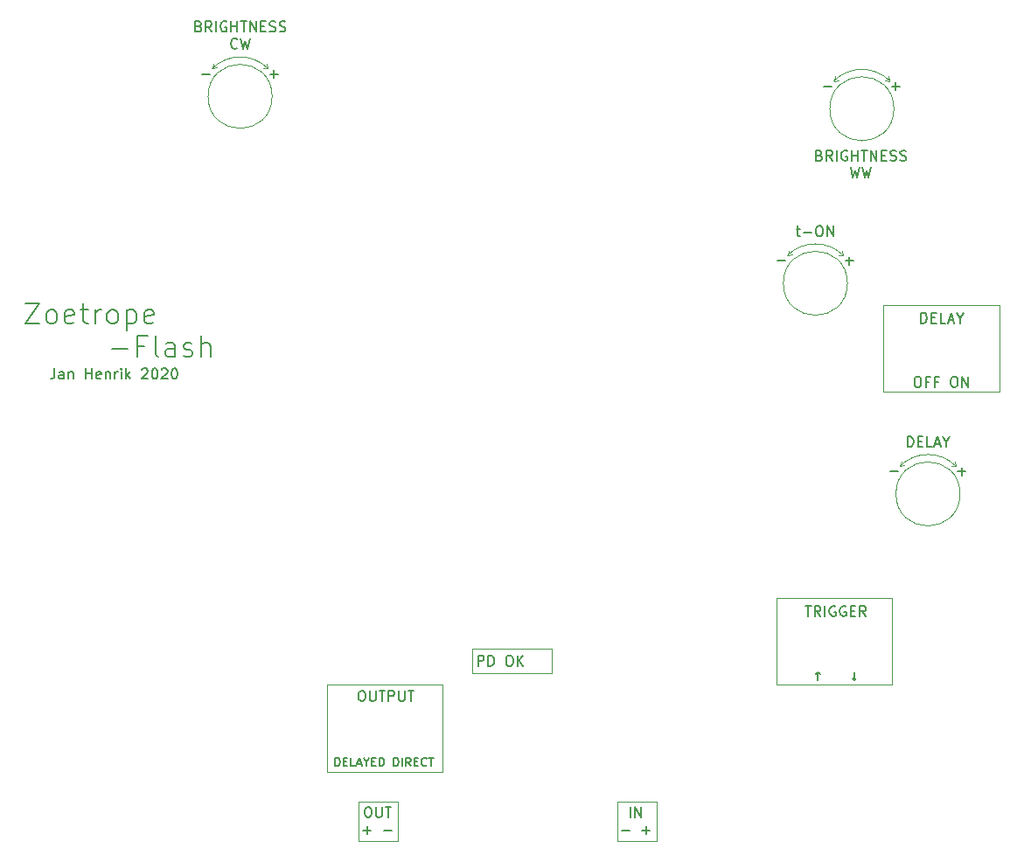
<source format=gto>
G04 #@! TF.GenerationSoftware,KiCad,Pcbnew,5.1.5+dfsg1-2build2*
G04 #@! TF.CreationDate,2020-08-12T20:41:45+02:00*
G04 #@! TF.ProjectId,camera-flash,63616d65-7261-42d6-966c-6173682e6b69,rev?*
G04 #@! TF.SameCoordinates,Original*
G04 #@! TF.FileFunction,Legend,Top*
G04 #@! TF.FilePolarity,Positive*
%FSLAX46Y46*%
G04 Gerber Fmt 4.6, Leading zero omitted, Abs format (unit mm)*
G04 Created by KiCad (PCBNEW 5.1.5+dfsg1-2build2) date 2020-08-12 20:41:45*
%MOMM*%
%LPD*%
G04 APERTURE LIST*
%ADD10C,0.150000*%
%ADD11C,0.200000*%
%ADD12C,0.120000*%
G04 APERTURE END LIST*
D10*
X56114285Y-99652380D02*
X56114285Y-100366666D01*
X56066666Y-100509523D01*
X55971428Y-100604761D01*
X55828571Y-100652380D01*
X55733333Y-100652380D01*
X57019047Y-100652380D02*
X57019047Y-100128571D01*
X56971428Y-100033333D01*
X56876190Y-99985714D01*
X56685714Y-99985714D01*
X56590476Y-100033333D01*
X57019047Y-100604761D02*
X56923809Y-100652380D01*
X56685714Y-100652380D01*
X56590476Y-100604761D01*
X56542857Y-100509523D01*
X56542857Y-100414285D01*
X56590476Y-100319047D01*
X56685714Y-100271428D01*
X56923809Y-100271428D01*
X57019047Y-100223809D01*
X57495238Y-99985714D02*
X57495238Y-100652380D01*
X57495238Y-100080952D02*
X57542857Y-100033333D01*
X57638095Y-99985714D01*
X57780952Y-99985714D01*
X57876190Y-100033333D01*
X57923809Y-100128571D01*
X57923809Y-100652380D01*
X59161904Y-100652380D02*
X59161904Y-99652380D01*
X59161904Y-100128571D02*
X59733333Y-100128571D01*
X59733333Y-100652380D02*
X59733333Y-99652380D01*
X60590476Y-100604761D02*
X60495238Y-100652380D01*
X60304761Y-100652380D01*
X60209523Y-100604761D01*
X60161904Y-100509523D01*
X60161904Y-100128571D01*
X60209523Y-100033333D01*
X60304761Y-99985714D01*
X60495238Y-99985714D01*
X60590476Y-100033333D01*
X60638095Y-100128571D01*
X60638095Y-100223809D01*
X60161904Y-100319047D01*
X61066666Y-99985714D02*
X61066666Y-100652380D01*
X61066666Y-100080952D02*
X61114285Y-100033333D01*
X61209523Y-99985714D01*
X61352380Y-99985714D01*
X61447619Y-100033333D01*
X61495238Y-100128571D01*
X61495238Y-100652380D01*
X61971428Y-100652380D02*
X61971428Y-99985714D01*
X61971428Y-100176190D02*
X62019047Y-100080952D01*
X62066666Y-100033333D01*
X62161904Y-99985714D01*
X62257142Y-99985714D01*
X62590476Y-100652380D02*
X62590476Y-99985714D01*
X62590476Y-99652380D02*
X62542857Y-99700000D01*
X62590476Y-99747619D01*
X62638095Y-99700000D01*
X62590476Y-99652380D01*
X62590476Y-99747619D01*
X63066666Y-100652380D02*
X63066666Y-99652380D01*
X63161904Y-100271428D02*
X63447619Y-100652380D01*
X63447619Y-99985714D02*
X63066666Y-100366666D01*
X64590476Y-99747619D02*
X64638095Y-99700000D01*
X64733333Y-99652380D01*
X64971428Y-99652380D01*
X65066666Y-99700000D01*
X65114285Y-99747619D01*
X65161904Y-99842857D01*
X65161904Y-99938095D01*
X65114285Y-100080952D01*
X64542857Y-100652380D01*
X65161904Y-100652380D01*
X65780952Y-99652380D02*
X65876190Y-99652380D01*
X65971428Y-99700000D01*
X66019047Y-99747619D01*
X66066666Y-99842857D01*
X66114285Y-100033333D01*
X66114285Y-100271428D01*
X66066666Y-100461904D01*
X66019047Y-100557142D01*
X65971428Y-100604761D01*
X65876190Y-100652380D01*
X65780952Y-100652380D01*
X65685714Y-100604761D01*
X65638095Y-100557142D01*
X65590476Y-100461904D01*
X65542857Y-100271428D01*
X65542857Y-100033333D01*
X65590476Y-99842857D01*
X65638095Y-99747619D01*
X65685714Y-99700000D01*
X65780952Y-99652380D01*
X66495238Y-99747619D02*
X66542857Y-99700000D01*
X66638095Y-99652380D01*
X66876190Y-99652380D01*
X66971428Y-99700000D01*
X67019047Y-99747619D01*
X67066666Y-99842857D01*
X67066666Y-99938095D01*
X67019047Y-100080952D01*
X66447619Y-100652380D01*
X67066666Y-100652380D01*
X67685714Y-99652380D02*
X67780952Y-99652380D01*
X67876190Y-99700000D01*
X67923809Y-99747619D01*
X67971428Y-99842857D01*
X68019047Y-100033333D01*
X68019047Y-100271428D01*
X67971428Y-100461904D01*
X67923809Y-100557142D01*
X67876190Y-100604761D01*
X67780952Y-100652380D01*
X67685714Y-100652380D01*
X67590476Y-100604761D01*
X67542857Y-100557142D01*
X67495238Y-100461904D01*
X67447619Y-100271428D01*
X67447619Y-100033333D01*
X67495238Y-99842857D01*
X67542857Y-99747619D01*
X67590476Y-99700000D01*
X67685714Y-99652380D01*
D11*
X53314285Y-93304761D02*
X54647619Y-93304761D01*
X53314285Y-95304761D01*
X54647619Y-95304761D01*
X55695238Y-95304761D02*
X55504761Y-95209523D01*
X55409523Y-95114285D01*
X55314285Y-94923809D01*
X55314285Y-94352380D01*
X55409523Y-94161904D01*
X55504761Y-94066666D01*
X55695238Y-93971428D01*
X55980952Y-93971428D01*
X56171428Y-94066666D01*
X56266666Y-94161904D01*
X56361904Y-94352380D01*
X56361904Y-94923809D01*
X56266666Y-95114285D01*
X56171428Y-95209523D01*
X55980952Y-95304761D01*
X55695238Y-95304761D01*
X57980952Y-95209523D02*
X57790476Y-95304761D01*
X57409523Y-95304761D01*
X57219047Y-95209523D01*
X57123809Y-95019047D01*
X57123809Y-94257142D01*
X57219047Y-94066666D01*
X57409523Y-93971428D01*
X57790476Y-93971428D01*
X57980952Y-94066666D01*
X58076190Y-94257142D01*
X58076190Y-94447619D01*
X57123809Y-94638095D01*
X58647619Y-93971428D02*
X59409523Y-93971428D01*
X58933333Y-93304761D02*
X58933333Y-95019047D01*
X59028571Y-95209523D01*
X59219047Y-95304761D01*
X59409523Y-95304761D01*
X60076190Y-95304761D02*
X60076190Y-93971428D01*
X60076190Y-94352380D02*
X60171428Y-94161904D01*
X60266666Y-94066666D01*
X60457142Y-93971428D01*
X60647619Y-93971428D01*
X61600000Y-95304761D02*
X61409523Y-95209523D01*
X61314285Y-95114285D01*
X61219047Y-94923809D01*
X61219047Y-94352380D01*
X61314285Y-94161904D01*
X61409523Y-94066666D01*
X61600000Y-93971428D01*
X61885714Y-93971428D01*
X62076190Y-94066666D01*
X62171428Y-94161904D01*
X62266666Y-94352380D01*
X62266666Y-94923809D01*
X62171428Y-95114285D01*
X62076190Y-95209523D01*
X61885714Y-95304761D01*
X61600000Y-95304761D01*
X63123809Y-93971428D02*
X63123809Y-95971428D01*
X63123809Y-94066666D02*
X63314285Y-93971428D01*
X63695238Y-93971428D01*
X63885714Y-94066666D01*
X63980952Y-94161904D01*
X64076190Y-94352380D01*
X64076190Y-94923809D01*
X63980952Y-95114285D01*
X63885714Y-95209523D01*
X63695238Y-95304761D01*
X63314285Y-95304761D01*
X63123809Y-95209523D01*
X65695238Y-95209523D02*
X65504761Y-95304761D01*
X65123809Y-95304761D01*
X64933333Y-95209523D01*
X64838095Y-95019047D01*
X64838095Y-94257142D01*
X64933333Y-94066666D01*
X65123809Y-93971428D01*
X65504761Y-93971428D01*
X65695238Y-94066666D01*
X65790476Y-94257142D01*
X65790476Y-94447619D01*
X64838095Y-94638095D01*
X61695238Y-97742857D02*
X63219047Y-97742857D01*
X64838095Y-97457142D02*
X64171428Y-97457142D01*
X64171428Y-98504761D02*
X64171428Y-96504761D01*
X65123809Y-96504761D01*
X66171428Y-98504761D02*
X65980952Y-98409523D01*
X65885714Y-98219047D01*
X65885714Y-96504761D01*
X67790476Y-98504761D02*
X67790476Y-97457142D01*
X67695238Y-97266666D01*
X67504761Y-97171428D01*
X67123809Y-97171428D01*
X66933333Y-97266666D01*
X67790476Y-98409523D02*
X67600000Y-98504761D01*
X67123809Y-98504761D01*
X66933333Y-98409523D01*
X66838095Y-98219047D01*
X66838095Y-98028571D01*
X66933333Y-97838095D01*
X67123809Y-97742857D01*
X67600000Y-97742857D01*
X67790476Y-97647619D01*
X68647619Y-98409523D02*
X68838095Y-98504761D01*
X69219047Y-98504761D01*
X69409523Y-98409523D01*
X69504761Y-98219047D01*
X69504761Y-98123809D01*
X69409523Y-97933333D01*
X69219047Y-97838095D01*
X68933333Y-97838095D01*
X68742857Y-97742857D01*
X68647619Y-97552380D01*
X68647619Y-97457142D01*
X68742857Y-97266666D01*
X68933333Y-97171428D01*
X69219047Y-97171428D01*
X69409523Y-97266666D01*
X70361904Y-98504761D02*
X70361904Y-96504761D01*
X71219047Y-98504761D02*
X71219047Y-97457142D01*
X71123809Y-97266666D01*
X70933333Y-97171428D01*
X70647619Y-97171428D01*
X70457142Y-97266666D01*
X70361904Y-97361904D01*
D10*
X137966666Y-72328571D02*
X137204761Y-72328571D01*
X137585714Y-71947619D02*
X137585714Y-72709523D01*
X131395238Y-72328571D02*
X130633333Y-72328571D01*
D12*
X136999999Y-71800001D02*
X136900000Y-71350000D01*
X131600001Y-71800001D02*
X132025000Y-71725000D01*
X136999999Y-71800001D02*
X136575000Y-71775000D01*
X131600000Y-71800000D02*
X131750000Y-71350000D01*
X131600001Y-71800001D02*
G75*
G02X136999999Y-71800001I2699999J-2699999D01*
G01*
D10*
X133466666Y-89228571D02*
X132704761Y-89228571D01*
X133085714Y-88847619D02*
X133085714Y-89609523D01*
X126895238Y-89228571D02*
X126133333Y-89228571D01*
X144366666Y-109628571D02*
X143604761Y-109628571D01*
X143985714Y-109247619D02*
X143985714Y-110009523D01*
X137795238Y-109628571D02*
X137033333Y-109628571D01*
X77766666Y-71128571D02*
X77004761Y-71128571D01*
X77385714Y-70747619D02*
X77385714Y-71509523D01*
X71195238Y-71128571D02*
X70433333Y-71128571D01*
D12*
X71400001Y-70600001D02*
X71550001Y-70150001D01*
X71400002Y-70600002D02*
X71825001Y-70525001D01*
X76799999Y-70600001D02*
X76375000Y-70575000D01*
X71400001Y-70600001D02*
G75*
G02X76799999Y-70600001I2699999J-2699999D01*
G01*
X76799999Y-70600001D02*
X76700000Y-70150000D01*
X138000000Y-109100000D02*
X138150000Y-108650000D01*
X138000001Y-109100001D02*
X138425000Y-109025000D01*
X143399999Y-109100001D02*
X142975000Y-109075000D01*
X138000001Y-109100001D02*
G75*
G02X143399999Y-109100001I2699999J-2699999D01*
G01*
X143399999Y-109100001D02*
X143300000Y-108650000D01*
X132499999Y-88700001D02*
X132075000Y-88675000D01*
X132499999Y-88700001D02*
X132400000Y-88250000D01*
X127100001Y-88700001D02*
X127525000Y-88625000D01*
X127100000Y-88700000D02*
X127250000Y-88250000D01*
X127100001Y-88700001D02*
G75*
G02X132499999Y-88700001I2699999J-2699999D01*
G01*
X77200000Y-73300000D02*
G75*
G03X77200000Y-73300000I-3100000J0D01*
G01*
X143800000Y-111800000D02*
G75*
G03X143800000Y-111800000I-3100000J0D01*
G01*
X137400000Y-74500000D02*
G75*
G03X137400000Y-74500000I-3100000J0D01*
G01*
X132900000Y-91400000D02*
G75*
G03X132900000Y-91400000I-3100000J0D01*
G01*
X147600000Y-93500000D02*
X136400000Y-93500000D01*
X136400000Y-101900000D02*
X147600000Y-101900000D01*
X136400000Y-93500000D02*
X136400000Y-101900000D01*
X147600000Y-93500000D02*
X147600000Y-101900000D01*
X137200000Y-121900000D02*
X126000000Y-121900000D01*
X126000000Y-130300000D02*
X137200000Y-130300000D01*
X126000000Y-121900000D02*
X126000000Y-130300000D01*
X137200000Y-121900000D02*
X137200000Y-130300000D01*
X93700000Y-130300000D02*
X93700000Y-138700000D01*
X82500000Y-138700000D02*
X93700000Y-138700000D01*
X82500000Y-130300000D02*
X82500000Y-138700000D01*
X93700000Y-130300000D02*
X82500000Y-130300000D01*
X114400000Y-141600000D02*
X110600000Y-141600000D01*
X110600000Y-145400000D02*
X114400000Y-145400000D01*
X110600000Y-141600000D02*
X110600000Y-145400000D01*
X114400000Y-145400000D02*
X114400000Y-141600000D01*
X89400000Y-141600000D02*
X85600000Y-141600000D01*
X89400000Y-145400000D02*
X89400000Y-141600000D01*
X85600000Y-145400000D02*
X89400000Y-145400000D01*
X85600000Y-141600000D02*
X85600000Y-145400000D01*
D10*
X83295238Y-138161904D02*
X83295238Y-137361904D01*
X83485714Y-137361904D01*
X83600000Y-137400000D01*
X83676190Y-137476190D01*
X83714285Y-137552380D01*
X83752380Y-137704761D01*
X83752380Y-137819047D01*
X83714285Y-137971428D01*
X83676190Y-138047619D01*
X83600000Y-138123809D01*
X83485714Y-138161904D01*
X83295238Y-138161904D01*
X84095238Y-137742857D02*
X84361904Y-137742857D01*
X84476190Y-138161904D02*
X84095238Y-138161904D01*
X84095238Y-137361904D01*
X84476190Y-137361904D01*
X85200000Y-138161904D02*
X84819047Y-138161904D01*
X84819047Y-137361904D01*
X85428571Y-137933333D02*
X85809523Y-137933333D01*
X85352380Y-138161904D02*
X85619047Y-137361904D01*
X85885714Y-138161904D01*
X86304761Y-137780952D02*
X86304761Y-138161904D01*
X86038095Y-137361904D02*
X86304761Y-137780952D01*
X86571428Y-137361904D01*
X86838095Y-137742857D02*
X87104761Y-137742857D01*
X87219047Y-138161904D02*
X86838095Y-138161904D01*
X86838095Y-137361904D01*
X87219047Y-137361904D01*
X87561904Y-138161904D02*
X87561904Y-137361904D01*
X87752380Y-137361904D01*
X87866666Y-137400000D01*
X87942857Y-137476190D01*
X87980952Y-137552380D01*
X88019047Y-137704761D01*
X88019047Y-137819047D01*
X87980952Y-137971428D01*
X87942857Y-138047619D01*
X87866666Y-138123809D01*
X87752380Y-138161904D01*
X87561904Y-138161904D01*
X88971428Y-138161904D02*
X88971428Y-137361904D01*
X89161904Y-137361904D01*
X89276190Y-137400000D01*
X89352380Y-137476190D01*
X89390476Y-137552380D01*
X89428571Y-137704761D01*
X89428571Y-137819047D01*
X89390476Y-137971428D01*
X89352380Y-138047619D01*
X89276190Y-138123809D01*
X89161904Y-138161904D01*
X88971428Y-138161904D01*
X89771428Y-138161904D02*
X89771428Y-137361904D01*
X90609523Y-138161904D02*
X90342857Y-137780952D01*
X90152380Y-138161904D02*
X90152380Y-137361904D01*
X90457142Y-137361904D01*
X90533333Y-137400000D01*
X90571428Y-137438095D01*
X90609523Y-137514285D01*
X90609523Y-137628571D01*
X90571428Y-137704761D01*
X90533333Y-137742857D01*
X90457142Y-137780952D01*
X90152380Y-137780952D01*
X90952380Y-137742857D02*
X91219047Y-137742857D01*
X91333333Y-138161904D02*
X90952380Y-138161904D01*
X90952380Y-137361904D01*
X91333333Y-137361904D01*
X92133333Y-138085714D02*
X92095238Y-138123809D01*
X91980952Y-138161904D01*
X91904761Y-138161904D01*
X91790476Y-138123809D01*
X91714285Y-138047619D01*
X91676190Y-137971428D01*
X91638095Y-137819047D01*
X91638095Y-137704761D01*
X91676190Y-137552380D01*
X91714285Y-137476190D01*
X91790476Y-137400000D01*
X91904761Y-137361904D01*
X91980952Y-137361904D01*
X92095238Y-137400000D01*
X92133333Y-137438095D01*
X92361904Y-137361904D02*
X92819047Y-137361904D01*
X92590476Y-138161904D02*
X92590476Y-137361904D01*
X85795238Y-130852380D02*
X85985714Y-130852380D01*
X86080952Y-130900000D01*
X86176190Y-130995238D01*
X86223809Y-131185714D01*
X86223809Y-131519047D01*
X86176190Y-131709523D01*
X86080952Y-131804761D01*
X85985714Y-131852380D01*
X85795238Y-131852380D01*
X85700000Y-131804761D01*
X85604761Y-131709523D01*
X85557142Y-131519047D01*
X85557142Y-131185714D01*
X85604761Y-130995238D01*
X85700000Y-130900000D01*
X85795238Y-130852380D01*
X86652380Y-130852380D02*
X86652380Y-131661904D01*
X86700000Y-131757142D01*
X86747619Y-131804761D01*
X86842857Y-131852380D01*
X87033333Y-131852380D01*
X87128571Y-131804761D01*
X87176190Y-131757142D01*
X87223809Y-131661904D01*
X87223809Y-130852380D01*
X87557142Y-130852380D02*
X88128571Y-130852380D01*
X87842857Y-131852380D02*
X87842857Y-130852380D01*
X88461904Y-131852380D02*
X88461904Y-130852380D01*
X88842857Y-130852380D01*
X88938095Y-130900000D01*
X88985714Y-130947619D01*
X89033333Y-131042857D01*
X89033333Y-131185714D01*
X88985714Y-131280952D01*
X88938095Y-131328571D01*
X88842857Y-131376190D01*
X88461904Y-131376190D01*
X89461904Y-130852380D02*
X89461904Y-131661904D01*
X89509523Y-131757142D01*
X89557142Y-131804761D01*
X89652380Y-131852380D01*
X89842857Y-131852380D01*
X89938095Y-131804761D01*
X89985714Y-131757142D01*
X90033333Y-131661904D01*
X90033333Y-130852380D01*
X90366666Y-130852380D02*
X90938095Y-130852380D01*
X90652380Y-131852380D02*
X90652380Y-130852380D01*
X70100000Y-66503571D02*
X70242857Y-66551190D01*
X70290476Y-66598809D01*
X70338095Y-66694047D01*
X70338095Y-66836904D01*
X70290476Y-66932142D01*
X70242857Y-66979761D01*
X70147619Y-67027380D01*
X69766666Y-67027380D01*
X69766666Y-66027380D01*
X70100000Y-66027380D01*
X70195238Y-66075000D01*
X70242857Y-66122619D01*
X70290476Y-66217857D01*
X70290476Y-66313095D01*
X70242857Y-66408333D01*
X70195238Y-66455952D01*
X70100000Y-66503571D01*
X69766666Y-66503571D01*
X71338095Y-67027380D02*
X71004761Y-66551190D01*
X70766666Y-67027380D02*
X70766666Y-66027380D01*
X71147619Y-66027380D01*
X71242857Y-66075000D01*
X71290476Y-66122619D01*
X71338095Y-66217857D01*
X71338095Y-66360714D01*
X71290476Y-66455952D01*
X71242857Y-66503571D01*
X71147619Y-66551190D01*
X70766666Y-66551190D01*
X71766666Y-67027380D02*
X71766666Y-66027380D01*
X72766666Y-66075000D02*
X72671428Y-66027380D01*
X72528571Y-66027380D01*
X72385714Y-66075000D01*
X72290476Y-66170238D01*
X72242857Y-66265476D01*
X72195238Y-66455952D01*
X72195238Y-66598809D01*
X72242857Y-66789285D01*
X72290476Y-66884523D01*
X72385714Y-66979761D01*
X72528571Y-67027380D01*
X72623809Y-67027380D01*
X72766666Y-66979761D01*
X72814285Y-66932142D01*
X72814285Y-66598809D01*
X72623809Y-66598809D01*
X73242857Y-67027380D02*
X73242857Y-66027380D01*
X73242857Y-66503571D02*
X73814285Y-66503571D01*
X73814285Y-67027380D02*
X73814285Y-66027380D01*
X74147619Y-66027380D02*
X74719047Y-66027380D01*
X74433333Y-67027380D02*
X74433333Y-66027380D01*
X75052380Y-67027380D02*
X75052380Y-66027380D01*
X75623809Y-67027380D01*
X75623809Y-66027380D01*
X76100000Y-66503571D02*
X76433333Y-66503571D01*
X76576190Y-67027380D02*
X76100000Y-67027380D01*
X76100000Y-66027380D01*
X76576190Y-66027380D01*
X76957142Y-66979761D02*
X77100000Y-67027380D01*
X77338095Y-67027380D01*
X77433333Y-66979761D01*
X77480952Y-66932142D01*
X77528571Y-66836904D01*
X77528571Y-66741666D01*
X77480952Y-66646428D01*
X77433333Y-66598809D01*
X77338095Y-66551190D01*
X77147619Y-66503571D01*
X77052380Y-66455952D01*
X77004761Y-66408333D01*
X76957142Y-66313095D01*
X76957142Y-66217857D01*
X77004761Y-66122619D01*
X77052380Y-66075000D01*
X77147619Y-66027380D01*
X77385714Y-66027380D01*
X77528571Y-66075000D01*
X77909523Y-66979761D02*
X78052380Y-67027380D01*
X78290476Y-67027380D01*
X78385714Y-66979761D01*
X78433333Y-66932142D01*
X78480952Y-66836904D01*
X78480952Y-66741666D01*
X78433333Y-66646428D01*
X78385714Y-66598809D01*
X78290476Y-66551190D01*
X78100000Y-66503571D01*
X78004761Y-66455952D01*
X77957142Y-66408333D01*
X77909523Y-66313095D01*
X77909523Y-66217857D01*
X77957142Y-66122619D01*
X78004761Y-66075000D01*
X78100000Y-66027380D01*
X78338095Y-66027380D01*
X78480952Y-66075000D01*
X73838095Y-68582142D02*
X73790476Y-68629761D01*
X73647619Y-68677380D01*
X73552380Y-68677380D01*
X73409523Y-68629761D01*
X73314285Y-68534523D01*
X73266666Y-68439285D01*
X73219047Y-68248809D01*
X73219047Y-68105952D01*
X73266666Y-67915476D01*
X73314285Y-67820238D01*
X73409523Y-67725000D01*
X73552380Y-67677380D01*
X73647619Y-67677380D01*
X73790476Y-67725000D01*
X73838095Y-67772619D01*
X74171428Y-67677380D02*
X74409523Y-68677380D01*
X74600000Y-67963095D01*
X74790476Y-68677380D01*
X75028571Y-67677380D01*
X130200000Y-79003571D02*
X130342857Y-79051190D01*
X130390476Y-79098809D01*
X130438095Y-79194047D01*
X130438095Y-79336904D01*
X130390476Y-79432142D01*
X130342857Y-79479761D01*
X130247619Y-79527380D01*
X129866666Y-79527380D01*
X129866666Y-78527380D01*
X130200000Y-78527380D01*
X130295238Y-78575000D01*
X130342857Y-78622619D01*
X130390476Y-78717857D01*
X130390476Y-78813095D01*
X130342857Y-78908333D01*
X130295238Y-78955952D01*
X130200000Y-79003571D01*
X129866666Y-79003571D01*
X131438095Y-79527380D02*
X131104761Y-79051190D01*
X130866666Y-79527380D02*
X130866666Y-78527380D01*
X131247619Y-78527380D01*
X131342857Y-78575000D01*
X131390476Y-78622619D01*
X131438095Y-78717857D01*
X131438095Y-78860714D01*
X131390476Y-78955952D01*
X131342857Y-79003571D01*
X131247619Y-79051190D01*
X130866666Y-79051190D01*
X131866666Y-79527380D02*
X131866666Y-78527380D01*
X132866666Y-78575000D02*
X132771428Y-78527380D01*
X132628571Y-78527380D01*
X132485714Y-78575000D01*
X132390476Y-78670238D01*
X132342857Y-78765476D01*
X132295238Y-78955952D01*
X132295238Y-79098809D01*
X132342857Y-79289285D01*
X132390476Y-79384523D01*
X132485714Y-79479761D01*
X132628571Y-79527380D01*
X132723809Y-79527380D01*
X132866666Y-79479761D01*
X132914285Y-79432142D01*
X132914285Y-79098809D01*
X132723809Y-79098809D01*
X133342857Y-79527380D02*
X133342857Y-78527380D01*
X133342857Y-79003571D02*
X133914285Y-79003571D01*
X133914285Y-79527380D02*
X133914285Y-78527380D01*
X134247619Y-78527380D02*
X134819047Y-78527380D01*
X134533333Y-79527380D02*
X134533333Y-78527380D01*
X135152380Y-79527380D02*
X135152380Y-78527380D01*
X135723809Y-79527380D01*
X135723809Y-78527380D01*
X136200000Y-79003571D02*
X136533333Y-79003571D01*
X136676190Y-79527380D02*
X136200000Y-79527380D01*
X136200000Y-78527380D01*
X136676190Y-78527380D01*
X137057142Y-79479761D02*
X137200000Y-79527380D01*
X137438095Y-79527380D01*
X137533333Y-79479761D01*
X137580952Y-79432142D01*
X137628571Y-79336904D01*
X137628571Y-79241666D01*
X137580952Y-79146428D01*
X137533333Y-79098809D01*
X137438095Y-79051190D01*
X137247619Y-79003571D01*
X137152380Y-78955952D01*
X137104761Y-78908333D01*
X137057142Y-78813095D01*
X137057142Y-78717857D01*
X137104761Y-78622619D01*
X137152380Y-78575000D01*
X137247619Y-78527380D01*
X137485714Y-78527380D01*
X137628571Y-78575000D01*
X138009523Y-79479761D02*
X138152380Y-79527380D01*
X138390476Y-79527380D01*
X138485714Y-79479761D01*
X138533333Y-79432142D01*
X138580952Y-79336904D01*
X138580952Y-79241666D01*
X138533333Y-79146428D01*
X138485714Y-79098809D01*
X138390476Y-79051190D01*
X138200000Y-79003571D01*
X138104761Y-78955952D01*
X138057142Y-78908333D01*
X138009523Y-78813095D01*
X138009523Y-78717857D01*
X138057142Y-78622619D01*
X138104761Y-78575000D01*
X138200000Y-78527380D01*
X138438095Y-78527380D01*
X138580952Y-78575000D01*
X133200000Y-80177380D02*
X133438095Y-81177380D01*
X133628571Y-80463095D01*
X133819047Y-81177380D01*
X134057142Y-80177380D01*
X134342857Y-80177380D02*
X134580952Y-81177380D01*
X134771428Y-80463095D01*
X134961904Y-81177380D01*
X135200000Y-80177380D01*
X127942857Y-86185714D02*
X128323809Y-86185714D01*
X128085714Y-85852380D02*
X128085714Y-86709523D01*
X128133333Y-86804761D01*
X128228571Y-86852380D01*
X128323809Y-86852380D01*
X128657142Y-86471428D02*
X129419047Y-86471428D01*
X130085714Y-85852380D02*
X130276190Y-85852380D01*
X130371428Y-85900000D01*
X130466666Y-85995238D01*
X130514285Y-86185714D01*
X130514285Y-86519047D01*
X130466666Y-86709523D01*
X130371428Y-86804761D01*
X130276190Y-86852380D01*
X130085714Y-86852380D01*
X129990476Y-86804761D01*
X129895238Y-86709523D01*
X129847619Y-86519047D01*
X129847619Y-86185714D01*
X129895238Y-85995238D01*
X129990476Y-85900000D01*
X130085714Y-85852380D01*
X130942857Y-86852380D02*
X130942857Y-85852380D01*
X131514285Y-86852380D01*
X131514285Y-85852380D01*
X138723809Y-107252380D02*
X138723809Y-106252380D01*
X138961904Y-106252380D01*
X139104761Y-106300000D01*
X139200000Y-106395238D01*
X139247619Y-106490476D01*
X139295238Y-106680952D01*
X139295238Y-106823809D01*
X139247619Y-107014285D01*
X139200000Y-107109523D01*
X139104761Y-107204761D01*
X138961904Y-107252380D01*
X138723809Y-107252380D01*
X139723809Y-106728571D02*
X140057142Y-106728571D01*
X140200000Y-107252380D02*
X139723809Y-107252380D01*
X139723809Y-106252380D01*
X140200000Y-106252380D01*
X141104761Y-107252380D02*
X140628571Y-107252380D01*
X140628571Y-106252380D01*
X141390476Y-106966666D02*
X141866666Y-106966666D01*
X141295238Y-107252380D02*
X141628571Y-106252380D01*
X141961904Y-107252380D01*
X142485714Y-106776190D02*
X142485714Y-107252380D01*
X142152380Y-106252380D02*
X142485714Y-106776190D01*
X142819047Y-106252380D01*
X130038095Y-129852380D02*
X130038095Y-129090476D01*
X129847619Y-129280952D02*
X130038095Y-129090476D01*
X130228571Y-129280952D01*
X133561904Y-129090476D02*
X133561904Y-129852380D01*
X133752380Y-129661904D02*
X133561904Y-129852380D01*
X133371428Y-129661904D01*
X139619047Y-100452380D02*
X139809523Y-100452380D01*
X139904761Y-100500000D01*
X140000000Y-100595238D01*
X140047619Y-100785714D01*
X140047619Y-101119047D01*
X140000000Y-101309523D01*
X139904761Y-101404761D01*
X139809523Y-101452380D01*
X139619047Y-101452380D01*
X139523809Y-101404761D01*
X139428571Y-101309523D01*
X139380952Y-101119047D01*
X139380952Y-100785714D01*
X139428571Y-100595238D01*
X139523809Y-100500000D01*
X139619047Y-100452380D01*
X140809523Y-100928571D02*
X140476190Y-100928571D01*
X140476190Y-101452380D02*
X140476190Y-100452380D01*
X140952380Y-100452380D01*
X141666666Y-100928571D02*
X141333333Y-100928571D01*
X141333333Y-101452380D02*
X141333333Y-100452380D01*
X141809523Y-100452380D01*
X143142857Y-100452380D02*
X143333333Y-100452380D01*
X143428571Y-100500000D01*
X143523809Y-100595238D01*
X143571428Y-100785714D01*
X143571428Y-101119047D01*
X143523809Y-101309523D01*
X143428571Y-101404761D01*
X143333333Y-101452380D01*
X143142857Y-101452380D01*
X143047619Y-101404761D01*
X142952380Y-101309523D01*
X142904761Y-101119047D01*
X142904761Y-100785714D01*
X142952380Y-100595238D01*
X143047619Y-100500000D01*
X143142857Y-100452380D01*
X144000000Y-101452380D02*
X144000000Y-100452380D01*
X144571428Y-101452380D01*
X144571428Y-100452380D01*
X140023809Y-95252380D02*
X140023809Y-94252380D01*
X140261904Y-94252380D01*
X140404761Y-94300000D01*
X140500000Y-94395238D01*
X140547619Y-94490476D01*
X140595238Y-94680952D01*
X140595238Y-94823809D01*
X140547619Y-95014285D01*
X140500000Y-95109523D01*
X140404761Y-95204761D01*
X140261904Y-95252380D01*
X140023809Y-95252380D01*
X141023809Y-94728571D02*
X141357142Y-94728571D01*
X141500000Y-95252380D02*
X141023809Y-95252380D01*
X141023809Y-94252380D01*
X141500000Y-94252380D01*
X142404761Y-95252380D02*
X141928571Y-95252380D01*
X141928571Y-94252380D01*
X142690476Y-94966666D02*
X143166666Y-94966666D01*
X142595238Y-95252380D02*
X142928571Y-94252380D01*
X143261904Y-95252380D01*
X143785714Y-94776190D02*
X143785714Y-95252380D01*
X143452380Y-94252380D02*
X143785714Y-94776190D01*
X144119047Y-94252380D01*
X128823809Y-122652380D02*
X129395238Y-122652380D01*
X129109523Y-123652380D02*
X129109523Y-122652380D01*
X130300000Y-123652380D02*
X129966666Y-123176190D01*
X129728571Y-123652380D02*
X129728571Y-122652380D01*
X130109523Y-122652380D01*
X130204761Y-122700000D01*
X130252380Y-122747619D01*
X130300000Y-122842857D01*
X130300000Y-122985714D01*
X130252380Y-123080952D01*
X130204761Y-123128571D01*
X130109523Y-123176190D01*
X129728571Y-123176190D01*
X130728571Y-123652380D02*
X130728571Y-122652380D01*
X131728571Y-122700000D02*
X131633333Y-122652380D01*
X131490476Y-122652380D01*
X131347619Y-122700000D01*
X131252380Y-122795238D01*
X131204761Y-122890476D01*
X131157142Y-123080952D01*
X131157142Y-123223809D01*
X131204761Y-123414285D01*
X131252380Y-123509523D01*
X131347619Y-123604761D01*
X131490476Y-123652380D01*
X131585714Y-123652380D01*
X131728571Y-123604761D01*
X131776190Y-123557142D01*
X131776190Y-123223809D01*
X131585714Y-123223809D01*
X132728571Y-122700000D02*
X132633333Y-122652380D01*
X132490476Y-122652380D01*
X132347619Y-122700000D01*
X132252380Y-122795238D01*
X132204761Y-122890476D01*
X132157142Y-123080952D01*
X132157142Y-123223809D01*
X132204761Y-123414285D01*
X132252380Y-123509523D01*
X132347619Y-123604761D01*
X132490476Y-123652380D01*
X132585714Y-123652380D01*
X132728571Y-123604761D01*
X132776190Y-123557142D01*
X132776190Y-123223809D01*
X132585714Y-123223809D01*
X133204761Y-123128571D02*
X133538095Y-123128571D01*
X133680952Y-123652380D02*
X133204761Y-123652380D01*
X133204761Y-122652380D01*
X133680952Y-122652380D01*
X134680952Y-123652380D02*
X134347619Y-123176190D01*
X134109523Y-123652380D02*
X134109523Y-122652380D01*
X134490476Y-122652380D01*
X134585714Y-122700000D01*
X134633333Y-122747619D01*
X134680952Y-122842857D01*
X134680952Y-122985714D01*
X134633333Y-123080952D01*
X134585714Y-123128571D01*
X134490476Y-123176190D01*
X134109523Y-123176190D01*
X86400000Y-142127380D02*
X86590476Y-142127380D01*
X86685714Y-142175000D01*
X86780952Y-142270238D01*
X86828571Y-142460714D01*
X86828571Y-142794047D01*
X86780952Y-142984523D01*
X86685714Y-143079761D01*
X86590476Y-143127380D01*
X86400000Y-143127380D01*
X86304761Y-143079761D01*
X86209523Y-142984523D01*
X86161904Y-142794047D01*
X86161904Y-142460714D01*
X86209523Y-142270238D01*
X86304761Y-142175000D01*
X86400000Y-142127380D01*
X87257142Y-142127380D02*
X87257142Y-142936904D01*
X87304761Y-143032142D01*
X87352380Y-143079761D01*
X87447619Y-143127380D01*
X87638095Y-143127380D01*
X87733333Y-143079761D01*
X87780952Y-143032142D01*
X87828571Y-142936904D01*
X87828571Y-142127380D01*
X88161904Y-142127380D02*
X88733333Y-142127380D01*
X88447619Y-143127380D02*
X88447619Y-142127380D01*
X86019047Y-144396428D02*
X86780952Y-144396428D01*
X86400000Y-144777380D02*
X86400000Y-144015476D01*
X88019047Y-144396428D02*
X88780952Y-144396428D01*
X111876190Y-143127380D02*
X111876190Y-142127380D01*
X112352380Y-143127380D02*
X112352380Y-142127380D01*
X112923809Y-143127380D01*
X112923809Y-142127380D01*
X111019047Y-144396428D02*
X111780952Y-144396428D01*
X113019047Y-144396428D02*
X113780952Y-144396428D01*
X113400000Y-144777380D02*
X113400000Y-144015476D01*
X97133333Y-128452380D02*
X97133333Y-127452380D01*
X97514285Y-127452380D01*
X97609523Y-127500000D01*
X97657142Y-127547619D01*
X97704761Y-127642857D01*
X97704761Y-127785714D01*
X97657142Y-127880952D01*
X97609523Y-127928571D01*
X97514285Y-127976190D01*
X97133333Y-127976190D01*
X98133333Y-128452380D02*
X98133333Y-127452380D01*
X98371428Y-127452380D01*
X98514285Y-127500000D01*
X98609523Y-127595238D01*
X98657142Y-127690476D01*
X98704761Y-127880952D01*
X98704761Y-128023809D01*
X98657142Y-128214285D01*
X98609523Y-128309523D01*
X98514285Y-128404761D01*
X98371428Y-128452380D01*
X98133333Y-128452380D01*
X100085714Y-127452380D02*
X100276190Y-127452380D01*
X100371428Y-127500000D01*
X100466666Y-127595238D01*
X100514285Y-127785714D01*
X100514285Y-128119047D01*
X100466666Y-128309523D01*
X100371428Y-128404761D01*
X100276190Y-128452380D01*
X100085714Y-128452380D01*
X99990476Y-128404761D01*
X99895238Y-128309523D01*
X99847619Y-128119047D01*
X99847619Y-127785714D01*
X99895238Y-127595238D01*
X99990476Y-127500000D01*
X100085714Y-127452380D01*
X100942857Y-128452380D02*
X100942857Y-127452380D01*
X101514285Y-128452380D02*
X101085714Y-127880952D01*
X101514285Y-127452380D02*
X100942857Y-128023809D01*
D12*
X96600000Y-126800000D02*
X96600000Y-129200000D01*
X104300000Y-126800000D02*
X96600000Y-126800000D01*
X104300000Y-129200000D02*
X96600000Y-129200000D01*
X104300000Y-126800000D02*
X104300000Y-129200000D01*
M02*

</source>
